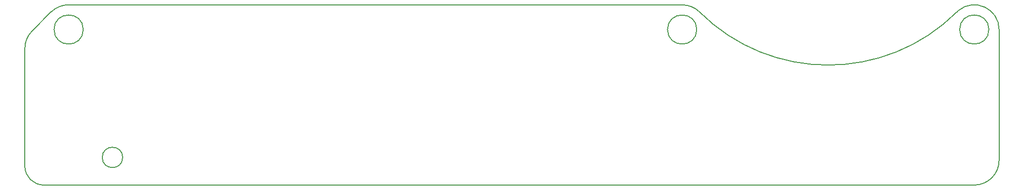
<source format=gm1>
G04 #@! TF.GenerationSoftware,KiCad,Pcbnew,(5.1.9-0-10_14)*
G04 #@! TF.CreationDate,2023-05-20T00:30:08-04:00*
G04 #@! TF.ProjectId,LiBCM-Daughterboard,4c694243-4d2d-4446-9175-676874657262,A*
G04 #@! TF.SameCoordinates,Original*
G04 #@! TF.FileFunction,Profile,NP*
%FSLAX46Y46*%
G04 Gerber Fmt 4.6, Leading zero omitted, Abs format (unit mm)*
G04 Created by KiCad (PCBNEW (5.1.9-0-10_14)) date 2023-05-20 00:30:08*
%MOMM*%
%LPD*%
G01*
G04 APERTURE LIST*
G04 #@! TA.AperFunction,Profile*
%ADD10C,0.150000*%
G04 #@! TD*
G04 APERTURE END LIST*
D10*
X114000000Y-152000000D02*
G75*
G03*
X114000000Y-152000000I-1750000J0D01*
G01*
X101744796Y-126994796D02*
G75*
G02*
X104750000Y-125750000I3005204J-3005204D01*
G01*
X256750000Y-127000000D02*
X257004746Y-126755609D01*
X100500000Y-156750000D02*
G75*
G02*
X97250000Y-153500000I0J3250000D01*
G01*
X97257359Y-133250000D02*
G75*
G02*
X98500000Y-130250000I4242641J0D01*
G01*
X264000000Y-152500000D02*
G75*
G02*
X259750000Y-156750000I-4250000J0D01*
G01*
X100500000Y-156750000D02*
X259750000Y-156750000D01*
X101744796Y-126994796D02*
X98500000Y-130250000D01*
X97250000Y-153500000D02*
X97257359Y-133250000D01*
X264000000Y-130000000D02*
X264000000Y-152500000D01*
X257004745Y-126755608D02*
G75*
G02*
X264000000Y-130000000I2745255J-3244392D01*
G01*
X209750000Y-125757359D02*
G75*
G02*
X212750000Y-127000000I0J-4242641D01*
G01*
X256749999Y-126999999D02*
G75*
G02*
X212750001Y-126999999I-21999999J21999999D01*
G01*
X104750000Y-125750000D02*
X209750000Y-125757359D01*
X262250000Y-130000000D02*
G75*
G03*
X262250000Y-130000000I-2500000J0D01*
G01*
X107250000Y-130000000D02*
G75*
G03*
X107250000Y-130000000I-2500000J0D01*
G01*
X212250000Y-130000000D02*
G75*
G03*
X212250000Y-130000000I-2500000J0D01*
G01*
M02*

</source>
